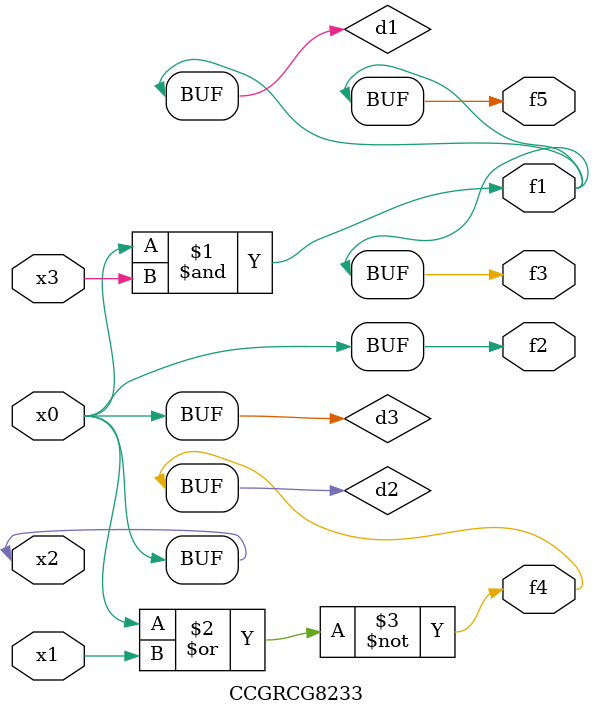
<source format=v>
module CCGRCG8233(
	input x0, x1, x2, x3,
	output f1, f2, f3, f4, f5
);

	wire d1, d2, d3;

	and (d1, x2, x3);
	nor (d2, x0, x1);
	buf (d3, x0, x2);
	assign f1 = d1;
	assign f2 = d3;
	assign f3 = d1;
	assign f4 = d2;
	assign f5 = d1;
endmodule

</source>
